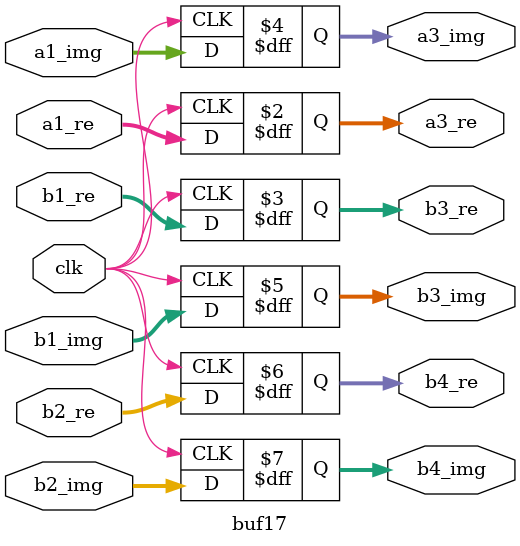
<source format=v>
`timescale 1ns / 1ps
module buf17(
    input [31:0] a1_re,
    input [31:0] b1_re,
    input [31:0] a1_img,
    input [31:0] b1_img,
	 input [31:0] b2_re,
	 input [31:0] b2_img,
    output reg [31:0] a3_re,
    output reg [31:0] b3_re,
    output reg [31:0] a3_img,
    output reg [31:0] b3_img,
	 output reg [31:0] b4_re,
	 output reg [31:0] b4_img,
    input clk
    );
always @(posedge clk) begin
a3_re<=a1_re;
a3_img<=a1_img;
b3_re<=b1_re;
b3_img<=b1_img;
b4_re<=b2_re;
b4_img<=b2_img;
end
endmodule

</source>
